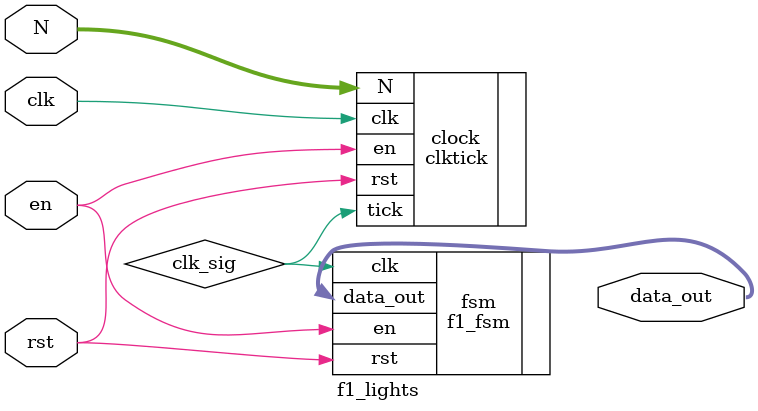
<source format=sv>
module f1_lights #(
    parameter WIDTH = 16
)(
    input   logic                   rst,
    input   logic                   en,
    input   logic                   clk,
    input   logic [WIDTH-1:0]       N,
    output  logic [7:0] data_out
);

    logic clk_sig;

f1_fsm fsm(

    .rst(rst),
    .en(en),
    .clk(clk_sig),
    .data_out(data_out)
);

clktick clock(

    .rst(rst),
    .en(en),
    .clk(clk),
    .N(N),
    .tick(clk_sig)
);

endmodule

</source>
